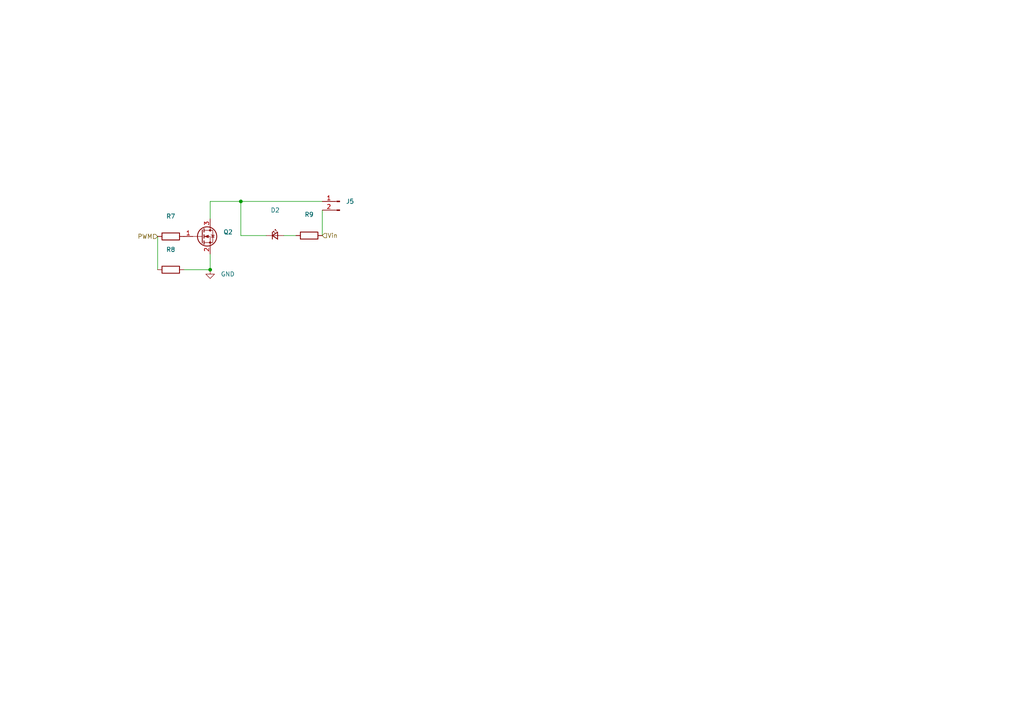
<source format=kicad_sch>
(kicad_sch (version 20211123) (generator eeschema)
  (paper "A4")
  (lib_symbols
    (symbol "Connector:Conn_01x02_Male" (pin_names (offset 1.016) hide)
      (property "Reference" "J" (at 0 2.54 0))
      (property "Value" "Conn_01x02_Male" (at 0 -5.08 0))
      (symbol "Conn_01x02_Male_1_1"
        (polyline (pts (xy 1.27 -2.54) (xy 0.8636 -2.54)) (stroke (width 0.1524)))
        (polyline (pts (xy 1.27 0) (xy 0.8636 0)) (stroke (width 0.1524)))
        (rectangle (start 0.8636 -2.413) (end 0 -2.667) (stroke (width 0.1524)) (fill (type outline)))
        (rectangle (start 0.8636 0.127) (end 0 -0.127) (stroke (width 0.1524)) (fill (type outline)))
        (pin passive line (at 5.08 0 180) (length 3.81) (name "Pin_1") (number "1"))
        (pin passive line (at 5.08 -2.54 180) (length 3.81) (name "Pin_2") (number "2"))
      )
    )
    (symbol "Device:LED_Small" (pin_numbers hide) (pin_names (offset 0.254) hide)
      (property "Reference" "D" (at -1.27 3.175 0))
      (property "Value" "LED_Small" (at -4.445 -2.54 0))
      (symbol "LED_Small_0_1"
        (polyline (pts (xy -0.762 -1.016) (xy -0.762 1.016)) (stroke (width 0.254)))
        (polyline (pts (xy 1.016 0) (xy -0.762 0)))
        (polyline (pts (xy 0.762 -1.016) (xy -0.762 0) (xy 0.762 1.016) (xy 0.762 -1.016)) (stroke (width 0.254)))
        (polyline (pts (xy 0 0.762) (xy -0.508 1.27) (xy -0.254 1.27) (xy -0.508 1.27) (xy -0.508 1.016)))
        (polyline (pts (xy 0.508 1.27) (xy 0 1.778) (xy 0.254 1.778) (xy 0 1.778) (xy 0 1.524)))
      )
      (symbol "LED_Small_1_1"
        (pin passive line (at -2.54 0 0) (length 1.778) (name "K") (number "1"))
        (pin passive line (at 2.54 0 180) (length 1.778) (name "A") (number "2"))
      )
    )
    (symbol "Device:R" (pin_numbers hide) (pin_names (offset 0))
      (property "Reference" "R" (at 2.032 0 90))
      (property "Value" "R" (at 0 0 90))
      (symbol "R_0_1"
        (rectangle (start -1.016 -2.54) (end 1.016 2.54) (stroke (width 0.254)))
      )
      (symbol "R_1_1"
        (pin passive line (at 0 3.81 270) (length 1.27) (name "~") (number "1"))
        (pin passive line (at 0 -3.81 90) (length 1.27) (name "~") (number "2"))
      )
    )
    (symbol "Transistor_FET:2N7002K" (pin_names hide)
      (property "Reference" "Q" (at 5.08 1.905 0))
      (property "Value" "2N7002K" (at 5.08 0 0))
      (symbol "2N7002K_0_1"
        (polyline (pts (xy 0.254 0) (xy -2.54 0)))
        (polyline (pts (xy 0.254 1.905) (xy 0.254 -1.905)) (stroke (width 0.254)))
        (polyline (pts (xy 0.762 -1.27) (xy 0.762 -2.286)) (stroke (width 0.254)))
        (polyline (pts (xy 0.762 0.508) (xy 0.762 -0.508)) (stroke (width 0.254)))
        (polyline (pts (xy 0.762 2.286) (xy 0.762 1.27)) (stroke (width 0.254)))
        (polyline (pts (xy 2.54 2.54) (xy 2.54 1.778)))
        (polyline (pts (xy 2.54 -2.54) (xy 2.54 0) (xy 0.762 0)))
        (polyline (pts (xy 0.762 -1.778) (xy 3.302 -1.778) (xy 3.302 1.778) (xy 0.762 1.778)))
        (polyline (pts (xy 1.016 0) (xy 2.032 0.381) (xy 2.032 -0.381) (xy 1.016 0)) (fill (type outline)))
        (polyline (pts (xy 2.794 0.508) (xy 2.921 0.381) (xy 3.683 0.381) (xy 3.81 0.254)))
        (polyline (pts (xy 3.302 0.381) (xy 2.921 -0.254) (xy 3.683 -0.254) (xy 3.302 0.381)))
        (circle (center 1.651 0) (radius 2.794) (stroke (width 0.254)))
        (circle (center 2.54 -1.778) (radius 0.254) (fill (type outline)))
        (circle (center 2.54 1.778) (radius 0.254) (fill (type outline)))
      )
      (symbol "2N7002K_1_1"
        (pin input line (at -5.08 0 0) (length 2.54) (name "G") (number "1"))
        (pin passive line (at 2.54 -5.08 90) (length 2.54) (name "S") (number "2"))
        (pin passive line (at 2.54 5.08 270) (length 2.54) (name "D") (number "3"))
      )
    )
    (symbol "power:GND" (power) (pin_names (offset 0))
      (property "Value" "GND" (at 0 -3.81 0))
      (symbol "GND_0_1"
        (polyline (pts (xy 0 0) (xy 0 -1.27) (xy 1.27 -1.27) (xy 0 -2.54) (xy -1.27 -1.27) (xy 0 -1.27)))
      )
      (symbol "GND_1_1"
        (pin power_in line (at 0 0 270) (length 0) hide (name "GND") (number "1"))
      )
    )
  )
  (junction (at 60.96 78.232))
  (junction (at 69.85 58.42))
  (wire (pts (xy 69.85 58.42) (xy 69.85 68.326)))
  (wire (pts (xy 93.472 58.42) (xy 69.85 58.42)))
  (wire (pts (xy 82.296 68.326) (xy 85.852 68.326)))
  (wire (pts (xy 69.85 58.42) (xy 60.96 58.42)))
  (wire (pts (xy 69.85 68.326) (xy 77.216 68.326)))
  (wire (pts (xy 60.96 58.42) (xy 60.96 63.5)))
  (wire (pts (xy 45.72 68.58) (xy 45.72 78.232)))
  (wire (pts (xy 60.96 73.66) (xy 60.96 78.232)))
  (wire (pts (xy 53.34 78.232) (xy 60.96 78.232)))
  (wire (pts (xy 93.472 60.96) (xy 93.472 68.326)))
  (hierarchical_label "Vin" (shape input) (at 93.472 68.326 0))
  (hierarchical_label "PWM" (shape input) (at 45.72 68.58 180))
  (symbol (lib_id "Connector:Conn_01x02_Male") (at 98.552 58.42 0) (mirror y) (unit 1)
    (property "Reference" "J5" (at 100.33 58.4199 0) (effects (justify right)))
  )
  (symbol (lib_id "Device:R") (at 49.53 68.58 90) (unit 1)
    (property "Reference" "R7" (at 49.53 62.738 90))
  )
  (symbol (lib_id "power:GND") (at 60.96 78.232 0) (unit 1)
    (property "Reference" "#PWR022" (effects hide))
    (property "Value" "GND" (at 64.008 79.5019 0) (effects (justify left)))
  )
  (symbol (lib_id "Transistor_FET:2N7002K") (at 58.42 68.58 0) (unit 1)
    (property "Reference" "Q2" (at 64.77 67.3099 0) (effects (justify left)))
    (property "Datasheet" "https://www.diodes.com/assets/Datasheets/ds30896.pdf" (effects hide))
  )
  (symbol (lib_id "Device:R") (at 89.662 68.326 90) (unit 1)
    (property "Reference" "R9" (at 89.662 62.23 90))
  )
  (symbol (lib_id "Device:R") (at 49.53 78.232 90) (unit 1)
    (property "Reference" "R8" (at 49.53 72.39 90))
  )
  (symbol (lib_id "Device:LED_Small") (at 79.756 68.326 0) (unit 1)
    (property "Reference" "D2" (at 79.8195 60.96 0))
  )
)
</source>
